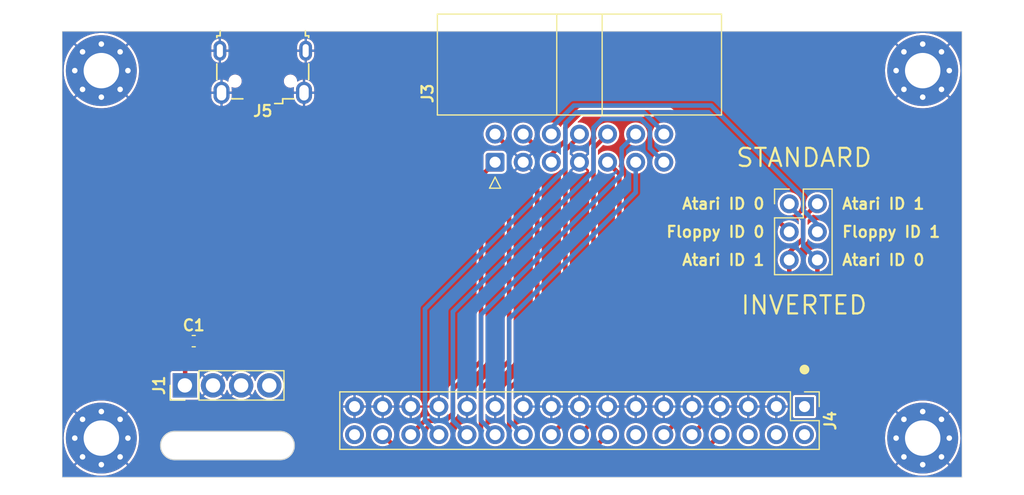
<source format=kicad_pcb>
(kicad_pcb (version 20210228) (generator pcbnew)
  (layers (0 "F.Cu" signal) (31 "B.Cu" signal) (34 "B.Paste" user) (35 "F.Paste" user) (36 "B.SilkS" user "B.Silkscreen") (37 "F.SilkS" user "F.Silkscreen") (38 "B.Mask" user) (39 "F.Mask" user) (44 "Edge.Cuts" user))
  (net 0 "")
  (net 1 "GND")
  (net 2 "VCC")
  (net 4 "/WRITE_PROT")
  (net 5 "/TRACK_00")
  (net 6 "/WRITE_GATE")
  (net 7 "/WRITE_DATA")
  (net 8 "/STEP")
  (net 9 "/STEP_DIR")
  (net 10 "/MOTOR_ON")
  (net 11 "/FLOPPY_ID1")
  (net 12 "/FLOPPY_ID0")
  (net 13 "/INDEX")
  (net 14 "/SIDE_SEL")
  (net 15 "/READ_DATA")
  (net 18 "/DRIVE_SEL_B")
  (net 19 "/DRIVE_SEL_A")
  (footprint "Connector_PinHeader_2.54mm:PinHeader_2x17_P2.54mm_Vertical" (layer "F.Cu") (at 174.9094 118.7654 -90)
    (fp_text reference "J4" (at 1.27 -2.33 90) (layer "F.SilkS") (effects (font (thickness 0.2))))
    (fp_text value "02x17")
    (fp_line (start 3.87 -1.33) (end 3.87 41.97) (layer "F.SilkS") (width 0.12))
    (fp_line (start -1.33 1.27) (end 1.27 1.27) (layer "F.SilkS") (width 0.12))
    (fp_line (start 1.27 -1.33) (end 3.87 -1.33) (layer "F.SilkS") (width 0.12))
    (fp_line (start -1.33 1.27) (end -1.33 41.97) (layer "F.SilkS") (width 0.12))
    (fp_line (start -1.33 0) (end -1.33 -1.33) (layer "F.SilkS") (width 0.12))
    (fp_line (start 1.27 1.27) (end 1.27 -1.33) (layer "F.SilkS") (width 0.12))
    (fp_line (start -1.33 41.97) (end 3.87 41.97) (layer "F.SilkS") (width 0.12))
    (fp_line (start -1.33 -1.33) (end 0 -1.33) (layer "F.SilkS") (width 0.12))
    (pad "1" thru_hole rect (at 0 0 270) (size 1.7 1.7) (drill 1) (layers *.Cu *.Mask))
    (pad "2" thru_hole oval (at 2.54 0 270) (size 1.7 1.7) (drill 1) (layers *.Cu *.Mask))
    (pad "3" thru_hole oval (at 0 2.54 270) (size 1.7 1.7) (drill 1) (layers *.Cu *.Mask) (net 1 "GND"))
    (pad "4" thru_hole oval (at 2.54 2.54 270) (size 1.7 1.7) (drill 1) (layers *.Cu *.Mask))
    (pad "5" thru_hole oval (at 0 5.08 270) (size 1.7 1.7) (drill 1) (layers *.Cu *.Mask) (net 1 "GND"))
    (pad "6" thru_hole oval (at 2.54 5.08 270) (size 1.7 1.7) (drill 1) (layers *.Cu *.Mask))
    (pad "7" thru_hole oval (at 0 7.62 270) (size 1.7 1.7) (drill 1) (layers *.Cu *.Mask) (net 1 "GND"))
    (pad "8" thru_hole oval (at 2.54 7.62 270) (size 1.7 1.7) (drill 1) (layers *.Cu *.Mask) (net 13 "/INDEX"))
    (pad "9" thru_hole oval (at 0 10.16 270) (size 1.7 1.7) (drill 1) (layers *.Cu *.Mask) (net 1 "GND"))
    (pad "10" thru_hole oval (at 2.54 10.16 270) (size 1.7 1.7) (drill 1) (layers *.Cu *.Mask) (net 19 "/DRIVE_SEL_A"))
    (pad "11" thru_hole oval (at 0 12.7 270) (size 1.7 1.7) (drill 1) (layers *.Cu *.Mask) (net 1 "GND"))
    (pad "12" thru_hole oval (at 2.54 12.7 270) (size 1.7 1.7) (drill 1) (layers *.Cu *.Mask) (net 18 "/DRIVE_SEL_B"))
    (pad "13" thru_hole oval (at 0 15.24 270) (size 1.7 1.7) (drill 1) (layers *.Cu *.Mask) (net 1 "GND"))
    (pad "14" thru_hole oval (at 2.54 15.24 270) (size 1.7 1.7) (drill 1) (layers *.Cu *.Mask))
    (pad "15" thru_hole oval (at 0 17.78 270) (size 1.7 1.7) (drill 1) (layers *.Cu *.Mask) (net 1 "GND"))
    (pad "16" thru_hole oval (at 2.54 17.78 270) (size 1.7 1.7) (drill 1) (layers *.Cu *.Mask) (net 10 "/MOTOR_ON"))
    (pad "17" thru_hole oval (at 0 20.32 270) (size 1.7 1.7) (drill 1) (layers *.Cu *.Mask) (net 1 "GND"))
    (pad "18" thru_hole oval (at 2.54 20.32 270) (size 1.7 1.7) (drill 1) (layers *.Cu *.Mask) (net 9 "/STEP_DIR"))
    (pad "19" thru_hole oval (at 0 22.86 270) (size 1.7 1.7) (drill 1) (layers *.Cu *.Mask) (net 1 "GND"))
    (pad "20" thru_hole oval (at 2.54 22.86 270) (size 1.7 1.7) (drill 1) (layers *.Cu *.Mask) (net 8 "/STEP"))
    (pad "21" thru_hole oval (at 0 25.4 270) (size 1.7 1.7) (drill 1) (layers *.Cu *.Mask) (net 1 "GND"))
    (pad "22" thru_hole oval (at 2.54 25.4 270) (size 1.7 1.7) (drill 1) (layers *.Cu *.Mask) (net 7 "/WRITE_DATA"))
    (pad "23" thru_hole oval (at 0 27.94 270) (size 1.7 1.7) (drill 1) (layers *.Cu *.Mask) (net 1 "GND"))
    (pad "24" thru_hole oval (at 2.54 27.94 270) (size 1.7 1.7) (drill 1) (layers *.Cu *.Mask) (net 6 "/WRITE_GATE"))
    (pad "25" thru_hole oval (at 0 30.48 270) (size 1.7 1.7) (drill 1) (layers *.Cu *.Mask) (net 1 "GND"))
    (pad "26" thru_hole oval (at 2.54 30.48 270) (size 1.7 1.7) (drill 1) (layers *.Cu *.Mask) (net 5 "/TRACK_00"))
    (pad "27" thru_hole oval (at 0 33.02 270) (size 1.7 1.7) (drill 1) (layers *.Cu *.Mask) (net 1 "GND"))
    (pad "28" thru_hole oval (at 2.54 33.02 270) (size 1.7 1.7) (drill 1) (layers *.Cu *.Mask) (net 4 "/WRITE_PROT"))
    (pad "29" thru_hole oval (at 0 35.56 270) (size 1.7 1.7) (drill 1) (layers *.Cu *.Mask) (net 1 "GND"))
    (pad "30" thru_hole oval (at 2.54 35.56 270) (size 1.7 1.7) (drill 1) (layers *.Cu *.Mask) (net 15 "/READ_DATA"))
    (pad "31" thru_hole oval (at 0 38.1 270) (size 1.7 1.7) (drill 1) (layers *.Cu *.Mask) (net 1 "GND"))
    (pad "32" thru_hole oval (at 2.54 38.1 270) (size 1.7 1.7) (drill 1) (layers *.Cu *.Mask) (net 14 "/SIDE_SEL"))
    (pad "33" thru_hole oval (at 0 40.64 270) (size 1.7 1.7) (drill 1) (layers *.Cu *.Mask) (net 1 "GND"))
    (pad "34" thru_hole oval (at 2.54 40.64 270) (size 1.7 1.7) (drill 1) (layers *.Cu *.Mask))
  )
  (footprint "MountingHole:MountingHole_3.2mm_M3_Pad_Via" (layer "F.Cu") (at 111.4044 88.392)
    (fp_text reference "H1" hide)
    (fp_text value "MOUNT-PAD-ROUND3.0")
    (pad "1" thru_hole circle (at 0 2.4) (size 0.8 0.8) (drill 0.5) (layers *.Cu *.Mask) (net 1 "GND"))
    (pad "1" thru_hole circle (at -2.4 0) (size 0.8 0.8) (drill 0.5) (layers *.Cu *.Mask) (net 1 "GND"))
    (pad "1" thru_hole circle (at 2.4 0) (size 0.8 0.8) (drill 0.5) (layers *.Cu *.Mask) (net 1 "GND"))
    (pad "1" thru_hole circle (at -1.697056 1.697056) (size 0.8 0.8) (drill 0.5) (layers *.Cu *.Mask) (net 1 "GND"))
    (pad "1" thru_hole circle (at 0 0) (size 6.4 6.4) (drill 3.2) (layers *.Cu *.Mask) (net 1 "GND"))
    (pad "1" thru_hole circle (at -1.697056 -1.697056) (size 0.8 0.8) (drill 0.5) (layers *.Cu *.Mask) (net 1 "GND"))
    (pad "1" thru_hole circle (at 0 -2.4) (size 0.8 0.8) (drill 0.5) (layers *.Cu *.Mask) (net 1 "GND"))
    (pad "1" thru_hole circle (at 1.697056 -1.697056) (size 0.8 0.8) (drill 0.5) (layers *.Cu *.Mask) (net 1 "GND"))
    (pad "1" thru_hole circle (at 1.697056 1.697056) (size 0.8 0.8) (drill 0.5) (layers *.Cu *.Mask) (net 1 "GND"))
  )
  (footprint "MountingHole:MountingHole_3.2mm_M3_Pad_Via" (layer "F.Cu") (at 185.5848 88.392)
    (fp_text reference "H4" hide)
    (fp_text value "MOUNT-PAD-ROUND3.0")
    (pad "1" thru_hole circle (at 1.697056 -1.697056) (size 0.8 0.8) (drill 0.5) (layers *.Cu *.Mask) (net 1 "GND"))
    (pad "1" thru_hole circle (at 1.697056 1.697056) (size 0.8 0.8) (drill 0.5) (layers *.Cu *.Mask) (net 1 "GND"))
    (pad "1" thru_hole circle (at -1.697056 -1.697056) (size 0.8 0.8) (drill 0.5) (layers *.Cu *.Mask) (net 1 "GND"))
    (pad "1" thru_hole circle (at 0 2.4) (size 0.8 0.8) (drill 0.5) (layers *.Cu *.Mask) (net 1 "GND"))
    (pad "1" thru_hole circle (at -2.4 0) (size 0.8 0.8) (drill 0.5) (layers *.Cu *.Mask) (net 1 "GND"))
    (pad "1" thru_hole circle (at 0 0) (size 6.4 6.4) (drill 3.2) (layers *.Cu *.Mask) (net 1 "GND"))
    (pad "1" thru_hole circle (at 2.4 0) (size 0.8 0.8) (drill 0.5) (layers *.Cu *.Mask) (net 1 "GND"))
    (pad "1" thru_hole circle (at -1.697056 1.697056) (size 0.8 0.8) (drill 0.5) (layers *.Cu *.Mask) (net 1 "GND"))
    (pad "1" thru_hole circle (at 0 -2.4) (size 0.8 0.8) (drill 0.5) (layers *.Cu *.Mask) (net 1 "GND"))
  )
  (footprint "Capacitor_SMD:C_0603_1608Metric" (layer "F.Cu") (at 119.7486 112.85)
    (fp_text reference "C1" (at 0 -1.43) (layer "F.SilkS") (effects (font (thickness 0.2))))
    (fp_text value "2.2uF")
    (fp_line (start -0.14058 0.51) (end 0.14058 0.51) (layer "F.SilkS") (width 0.12))
    (fp_line (start -0.14058 -0.51) (end 0.14058 -0.51) (layer "F.SilkS") (width 0.12))
    (pad "1" smd roundrect (at -0.775 0) (size 0.9 0.95) (layers "F.Cu" "F.Paste" "F.Mask") (net 2 "VCC"))
    (pad "2" smd roundrect (at 0.775 0) (size 0.9 0.95) (layers "F.Cu" "F.Paste" "F.Mask") (net 1 "GND"))
  )
  (footprint "Connector_IDC:IDC-Header_2x07_P2.54mm_Horizontal" (layer "F.Cu") (at 146.9644 96.6724 90)
    (fp_text reference "J3" (at 6.215 -6.1 90) (layer "F.SilkS") (effects (font (thickness 0.2))))
    (fp_text value "2x7")
    (fp_line (start -2.35 0.5) (end -1.35 0) (layer "F.SilkS") (width 0.12))
    (fp_line (start 13.39 -5.21) (end 13.39 20.45) (layer "F.SilkS") (width 0.12))
    (fp_line (start 4.27 9.67) (end 13.39 9.67) (layer "F.SilkS") (width 0.12))
    (fp_line (start -1.35 0) (end -2.35 -0.5) (layer "F.SilkS") (width 0.12))
    (fp_line (start -2.35 -0.5) (end -2.35 0.5) (layer "F.SilkS") (width 0.12))
    (fp_line (start 4.27 -5.21) (end 13.39 -5.21) (layer "F.SilkS") (width 0.12))
    (fp_line (start 4.27 20.45) (end 4.27 -5.21) (layer "F.SilkS") (width 0.12))
    (fp_line (start 13.39 20.45) (end 4.27 20.45) (layer "F.SilkS") (width 0.12))
    (fp_line (start 4.27 5.57) (end 13.39 5.57) (layer "F.SilkS") (width 0.12))
    (pad "1" thru_hole roundrect (at 0 0 90) (size 1.7 1.7) (drill 1) (layers *.Cu *.Mask) (roundrect_rratio 0.1470588235294118) (net 15 "/READ_DATA"))
    (pad "2" thru_hole circle (at 2.54 0 90) (size 1.7 1.7) (drill 1) (layers *.Cu *.Mask) (net 14 "/SIDE_SEL"))
    (pad "3" thru_hole circle (at 0 2.54 90) (size 1.7 1.7) (drill 1) (layers *.Cu *.Mask) (net 1 "GND"))
    (pad "4" thru_hole circle (at 2.54 2.54 90) (size 1.7 1.7) (drill 1) (layers *.Cu *.Mask) (net 13 "/INDEX"))
    (pad "5" thru_hole circle (at 0 5.08 90) (size 1.7 1.7) (drill 1) (layers *.Cu *.Mask) (net 12 "/FLOPPY_ID0"))
    (pad "6" thru_hole circle (at 2.54 5.08 90) (size 1.7 1.7) (drill 1) (layers *.Cu *.Mask) (net 11 "/FLOPPY_ID1"))
    (pad "7" thru_hole circle (at 0 7.62 90) (size 1.7 1.7) (drill 1) (layers *.Cu *.Mask) (net 1 "GND"))
    (pad "8" thru_hole circle (at 2.54 7.62 90) (size 1.7 1.7) (drill 1) (layers *.Cu *.Mask) (net 10 "/MOTOR_ON"))
    (pad "9" thru_hole circle (at 0 10.16 90) (size 1.7 1.7) (drill 1) (layers *.Cu *.Mask) (net 9 "/STEP_DIR"))
    (pad "10" thru_hole circle (at 2.54 10.16 90) (size 1.7 1.7) (drill 1) (layers *.Cu *.Mask) (net 8 "/STEP"))
    (pad "11" thru_hole circle (at 0 12.7 90) (size 1.7 1.7) (drill 1) (layers *.Cu *.Mask) (net 7 "/WRITE_DATA"))
    (pad "12" thru_hole circle (at 2.54 12.7 90) (size 1.7 1.7) (drill 1) (layers *.Cu *.Mask) (net 6 "/WRITE_GATE"))
    (pad "13" thru_hole circle (at 0 15.24 90) (size 1.7 1.7) (drill 1) (layers *.Cu *.Mask) (net 5 "/TRACK_00"))
    (pad "14" thru_hole circle (at 2.54 15.24 90) (size 1.7 1.7) (drill 1) (layers *.Cu *.Mask) (net 4 "/WRITE_PROT"))
  )
  (footprint "Connector_PinHeader_2.54mm:PinHeader_2x03_P2.54mm_Vertical" (layer "F.Cu") (at 173.5328 100.4316)
    (fp_text reference "SW1" hide)
    (fp_text value "SW_DPDT_x2")
    (fp_line (start -1.33 1.27) (end 1.27 1.27) (layer "F.SilkS") (width 0.12))
    (fp_line (start -1.33 1.27) (end -1.33 6.41) (layer "F.SilkS") (width 0.12))
    (fp_line (start 1.27 1.27) (end 1.27 -1.33) (layer "F.SilkS") (width 0.12))
    (fp_line (start 3.87 -1.33) (end 3.87 6.41) (layer "F.SilkS") (width 0.12))
    (fp_line (start 1.27 -1.33) (end 3.87 -1.33) (layer "F.SilkS") (width 0.12))
    (fp_line (start -1.33 0) (end -1.33 -1.33) (layer "F.SilkS") (width 0.12))
    (fp_line (start -1.33 6.41) (end 3.87 6.41) (layer "F.SilkS") (width 0.12))
    (fp_line (start -1.33 -1.33) (end 0 -1.33) (layer "F.SilkS") (width 0.12))
    (pad "1" thru_hole circle (at 0 0) (size 1.7 1.7) (drill 1) (layers *.Cu *.Mask) (net 19 "/DRIVE_SEL_A"))
    (pad "2" thru_hole oval (at 0 2.54) (size 1.7 1.7) (drill 1) (layers *.Cu *.Mask) (net 12 "/FLOPPY_ID0"))
    (pad "3" thru_hole oval (at 0 5.08) (size 1.7 1.7) (drill 1) (layers *.Cu *.Mask) (net 18 "/DRIVE_SEL_B"))
    (pad "4" thru_hole oval (at 2.54 0) (size 1.7 1.7) (drill 1) (layers *.Cu *.Mask) (net 18 "/DRIVE_SEL_B"))
    (pad "5" thru_hole oval (at 2.54 2.54) (size 1.7 1.7) (drill 1) (layers *.Cu *.Mask) (net 11 "/FLOPPY_ID1"))
    (pad "6" thru_hole oval (at 2.54 5.08) (size 1.7 1.7) (drill 1) (layers *.Cu *.Mask) (net 19 "/DRIVE_SEL_A"))
  )
  (footprint "MountingHole:MountingHole_3.2mm_M3_Pad_Via" (layer "F.Cu") (at 185.5848 121.6152)
    (fp_text reference "H2" hide)
    (fp_text value "MOUNT-PAD-ROUND3.0")
    (pad "1" thru_hole circle (at -1.697056 -1.697056) (size 0.8 0.8) (drill 0.5) (layers *.Cu *.Mask) (net 1 "GND"))
    (pad "1" thru_hole circle (at 1.697056 1.697056) (size 0.8 0.8) (drill 0.5) (layers *.Cu *.Mask) (net 1 "GND"))
    (pad "1" thru_hole circle (at 2.4 0) (size 0.8 0.8) (drill 0.5) (layers *.Cu *.Mask) (net 1 "GND"))
    (pad "1" thru_hole circle (at -1.697056 1.697056) (size 0.8 0.8) (drill 0.5) (layers *.Cu *.Mask) (net 1 "GND"))
    (pad "1" thru_hole circle (at 0 0) (size 6.4 6.4) (drill 3.2) (layers *.Cu *.Mask) (net 1 "GND"))
    (pad "1" thru_hole circle (at -2.4 0) (size 0.8 0.8) (drill 0.5) (layers *.Cu *.Mask) (net 1 "GND"))
    (pad "1" thru_hole circle (at 0 2.4) (size 0.8 0.8) (drill 0.5) (layers *.Cu *.Mask) (net 1 "GND"))
    (pad "1" thru_hole circle (at 1.697056 -1.697056) (size 0.8 0.8) (drill 0.5) (layers *.Cu *.Mask) (net 1 "GND"))
    (pad "1" thru_hole circle (at 0 -2.4) (size 0.8 0.8) (drill 0.5) (layers *.Cu *.Mask) (net 1 "GND"))
  )
  (footprint "Connector_PinHeader_2.54mm:PinHeader_1x04_P2.54mm_Vertical" (layer "F.Cu") (at 118.95 116.85 90)
    (fp_text reference "J1" (at 0 -2.33 90) (layer "F.SilkS") (effects (font (thickness 0.2))))
    (fp_text value " 61900411021 ")
    (fp_line (start -1.33 1.27) (end 1.33 1.27) (layer "F.SilkS") (width 0.12))
    (fp_line (start -1.33 0) (end -1.33 -1.33) (layer "F.SilkS") (width 0.12))
    (fp_line (start 1.33 1.27) (end 1.33 8.95) (layer "F.SilkS") (width 0.12))
    (fp_line (start -1.33 -1.33) (end 0 -1.33) (layer "F.SilkS") (width 0.12))
    (fp_line (start -1.33 1.27) (end -1.33 8.95) (layer "F.SilkS") (width 0.12))
    (fp_line (start -1.33 8.95) (end 1.33 8.95) (layer "F.SilkS") (width 0.12))
    (pad "1" thru_hole rect (at 0 0 90) (size 2.2 2.2) (drill 1.3) (layers *.Cu *.Mask) (net 2 "VCC"))
    (pad "2" thru_hole circle (at 0 2.54 90) (size 2.2 2.2) (drill 1.3) (layers *.Cu *.Mask) (net 1 "GND"))
    (pad "3" thru_hole circle (at 0 5.08 90) (size 2.2 2.2) (drill 1.3) (layers *.Cu *.Mask) (net 1 "GND"))
    (pad "4" thru_hole circle (at 0 7.62 90) (size 2.2 2.2) (drill 1.3) (layers *.Cu *.Mask))
  )
  (footprint "Connector_USB:USB_Micro-B_Wuerth_629105150521" (layer "F.Cu") (at 125.984 88.5444 180)
    (fp_text reference "J5" (at 0 -3.5) (layer "F.SilkS") (effects (font (thickness 0.2))))
    (fp_text value "629105150521")
    (fp_line (start -4.15 3.15) (end -4.15 3.3) (layer "F.SilkS") (width 0.15))
    (fp_line (start 3.85 3.75) (end 3.85 3.3) (layer "F.SilkS") (width 0.15))
    (fp_line (start 4.15 0.75) (end 4.15 -0.65) (layer "F.SilkS") (width 0.15))
    (fp_line (start -1.8 -2.4) (end -2.8 -2.4) (layer "F.SilkS") (width 0.15))
    (fp_line (start -1.075 -2.825) (end -1.8 -2.825) (layer "F.SilkS") (width 0.15))
    (fp_line (start -4.15 -0.65) (end -4.15 0.75) (layer "F.SilkS") (width 0.15))
    (fp_line (start 1.8 -2.4) (end 2.8 -2.4) (layer "F.SilkS") (width 0.15))
    (fp_line (start 3.85 3.3) (end 4.15 3.3) (layer "F.SilkS") (width 0.15))
    (fp_line (start 4.15 3.3) (end 4.15 3.15) (layer "F.SilkS") (width 0.15))
    (fp_line (start -4.15 3.3) (end -3.85 3.3) (layer "F.SilkS") (width 0.15))
    (fp_line (start -1.8 -2.825) (end -1.8 -2.4) (layer "F.SilkS") (width 0.15))
    (fp_line (start -3.85 3.3) (end -3.85 3.75) (layer "F.SilkS") (width 0.15))
    (pad "" np_thru_hole oval (at -2.5 -0.8 180) (size 0.8 0.8) (drill 0.8) (layers *.Cu *.Mask))
    (pad "" np_thru_hole oval (at 2.5 -0.8 180) (size 0.8 0.8) (drill 0.8) (layers *.Cu *.Mask))
    (pad "1" smd rect (at -1.3 -1.9 180) (size 0.45 1.3) (layers "F.Cu" "F.Paste" "F.Mask") (net 2 "VCC"))
    (pad "2" smd rect (at -0.65 -1.9 180) (size 0.45 1.3) (layers "F.Cu" "F.Paste" "F.Mask"))
    (pad "3" smd rect (at 0 -1.9 180) (size 0.45 1.3) (layers "F.Cu" "F.Paste" "F.Mask"))
    (pad "4" smd rect (at 0.65 -1.9 180) (size 0.45 1.3) (layers "F.Cu" "F.Paste" "F.Mask"))
    (pad "5" smd rect (at 1.3 -1.9 180) (size 0.45 1.3) (layers "F.Cu" "F.Paste" "F.Mask") (net 1 "GND"))
    (pad "6" thru_hole oval (at -3.875 1.95 180) (size 1.15 1.8) (drill oval 0.55 1.2) (layers *.Cu *.Mask) (net 1 "GND"))
    (pad "6" thru_hole oval (at 3.875 1.95 180) (size 1.15 1.8) (drill oval 0.55 1.2) (layers *.Cu *.Mask) (net 1 "GND"))
    (pad "6" thru_hole oval (at 3.725 -1.85 180) (size 1.45 2) (drill oval 0.85 1.4) (layers *.Cu *.Mask) (net 1 "GND"))
    (pad "6" thru_hole oval (at -3.725 -1.85 180) (size 1.45 2) (drill oval 0.85 1.4) (layers *.Cu *.Mask) (net 1 "GND"))
  )
  (footprint "MountingHole:MountingHole_3.2mm_M3_Pad_Via" (layer "F.Cu") (at 111.4044 121.6152)
    (fp_text reference "H3" hide)
    (fp_text value "MOUNT-PAD-ROUND3.0")
    (pad "1" thru_hole circle (at 1.697056 -1.697056) (size 0.8 0.8) (drill 0.5) (layers *.Cu *.Mask) (net 1 "GND"))
    (pad "1" thru_hole circle (at 0 0) (size 6.4 6.4) (drill 3.2) (layers *.Cu *.Mask) (net 1 "GND"))
    (pad "1" thru_hole circle (at -1.697056 1.697056) (size 0.8 0.8) (drill 0.5) (layers *.Cu *.Mask) (net 1 "GND"))
    (pad "1" thru_hole circle (at 2.4 0) (size 0.8 0.8) (drill 0.5) (layers *.Cu *.Mask) (net 1 "GND"))
    (pad "1" thru_hole circle (at 0 2.4) (size 0.8 0.8) (drill 0.5) (layers *.Cu *.Mask) (net 1 "GND"))
    (pad "1" thru_hole circle (at -2.4 0) (size 0.8 0.8) (drill 0.5) (layers *.Cu *.Mask) (net 1 "GND"))
    (pad "1" thru_hole circle (at 1.697056 1.697056) (size 0.8 0.8) (drill 0.5) (layers *.Cu *.Mask) (net 1 "GND"))
    (pad "1" thru_hole circle (at -1.697056 -1.697056) (size 0.8 0.8) (drill 0.5) (layers *.Cu *.Mask) (net 1 "GND"))
    (pad "1" thru_hole circle (at 0 -2.4) (size 0.8 0.8) (drill 0.5) (layers *.Cu *.Mask) (net 1 "GND"))
  )
  (gr_circle (center 174.9094 115.4176) (end 175.275724 115.4176) (layer "F.SilkS") (width 0.15) (fill solid))
  (gr_line (start 189.1311 125.1586) (end 189.1311 84.8486) (layer "Edge.Cuts") (width 0.05))
  (gr_arc (start 127.5561 122.28835) (end 127.5561 121.0056) (angle 180) (layer "Edge.Cuts") (width 0.1))
  (gr_line (start 189.1311 84.8486) (end 107.8711 84.8486) (layer "Edge.Cuts") (width 0.05))
  (gr_line (start 107.8711 84.8486) (end 107.8711 125.1586) (layer "Edge.Cuts") (width 0.05))
  (gr_line (start 127.5561 121.0056) (end 118.03275 121.0056) (layer "Edge.Cuts") (width 0.1))
  (gr_line (start 118.03275 123.5711) (end 127.5561 123.5711) (layer "Edge.Cuts") (width 0.1))
  (gr_arc (start 118.03275 122.28835) (end 118.03275 123.5711) (angle 180) (layer "Edge.Cuts") (width 0.1))
  (gr_line (start 107.8711 125.1586) (end 189.1311 125.1586) (layer "Edge.Cuts") (width 0.05))
  (gr_text "Atari ID 1" (at 178.2064 100.4316) (layer "F.SilkS") (effects (font (size 1 1) (thickness 0.2)) (justify left)))
  (gr_text "INVERTED" (at 169.050467 110.5536) (layer "F.SilkS") (effects (font (size 1.63576 1.63576) (thickness 0.2)) (justify left bottom)))
  (gr_text "Atari ID 0" (at 178.2064 105.5116) (layer "F.SilkS") (effects (font (size 1 1) (thickness 0.2)) (justify left)))
  (gr_text "Atari ID 0" (at 171.3992 100.4316) (layer "F.SilkS") (effects (font (size 1 1) (thickness 0.2)) (justify right)))
  (gr_text "Floppy ID 1" (at 178.2064 102.9716) (layer "F.SilkS") (effects (font (size 1 1) (thickness 0.2)) (justify left)))
  (gr_text "Atari ID 1" (at 171.3992 105.5116) (layer "F.SilkS") (effects (font (size 1 1) (thickness 0.2)) (justify right)))
  (gr_text "Floppy ID 0" (at 171.3992 102.9716) (layer "F.SilkS") (effects (font (size 1 1) (thickness 0.2)) (justify right)))
  (gr_text "STANDARD" (at 168.622054 97.2186) (layer "F.SilkS") (effects (font (size 1.63576 1.63576) (thickness 0.2)) (justify left bottom)))
  (segment (start 127.284 90.4444) (end 127.284 103.1944) (width 0.4064) (layer "F.Cu") (net 2))
  (segment (start 118.9736 112.85) (end 118.9736 116.8264) (width 0.4064) (layer "F.Cu") (net 2))
  (segment (start 118.9736 116.8264) (end 118.95 116.85) (width 0.4064) (layer "F.Cu") (net 2))
  (segment (start 118.9736 111.5048) (end 118.9736 112.85) (width 0.4064) (layer "F.Cu") (net 2))
  (segment (start 127.284 103.1944) (end 118.9736 111.5048) (width 0.4064) (layer "F.Cu") (net 2))
  (segment (start 140.636189 120.052189) (end 141.8894 121.3054) (width 0.4064) (layer "B.Cu") (net 4))
  (segment (start 160.372787 92.15438) (end 154.32722 92.15438) (width 0.4064) (layer "B.Cu") (net 4))
  (segment (start 154.32722 92.15438) (end 153.3144 93.1672) (width 0.4064) (layer "B.Cu") (net 4))
  (segment (start 153.3144 93.1672) (end 153.3144 97.257153) (width 0.4064) (layer "B.Cu") (net 4))
  (segment (start 162.1636 93.9586) (end 162.1636 93.8884) (width 0.4064) (layer "B.Cu") (net 4))
  (segment (start 140.636189 109.935364) (end 140.636189 120.052189) (width 0.4064) (layer "B.Cu") (net 4))
  (segment (start 162.2044 93.985993) (end 160.372787 92.15438) (width 0.4064) (layer "B.Cu") (net 4))
  (segment (start 153.3144 97.257153) (end 140.636189 109.935364) (width 0.4064) (layer "B.Cu") (net 4))
  (segment (start 162.2044 94.1324) (end 162.2044 93.985993) (width 0.4064) (layer "B.Cu") (net 4))
  (segment (start 155.8544 97.4852) (end 143.1544 110.1852) (width 0.4064) (layer "B.Cu") (net 5))
  (segment (start 160.951189 93.590389) (end 160.1216 92.7608) (width 0.4064) (layer "B.Cu") (net 5))
  (segment (start 160.951189 95.419189) (end 160.951189 93.590389) (width 0.4064) (layer "B.Cu") (net 5))
  (segment (start 143.1544 120.0304) (end 144.4294 121.3054) (width 0.4064) (layer "B.Cu") (net 5))
  (segment (start 160.1216 92.7608) (end 156.641247 92.7608) (width 0.4064) (layer "B.Cu") (net 5))
  (segment (start 155.8544 93.547647) (end 155.8544 97.4852) (width 0.4064) (layer "B.Cu") (net 5))
  (segment (start 156.641247 92.7608) (end 155.8544 93.547647) (width 0.4064) (layer "B.Cu") (net 5))
  (segment (start 162.2044 96.6724) (end 160.951189 95.419189) (width 0.4064) (layer "B.Cu") (net 5))
  (segment (start 143.1544 110.1852) (end 143.1544 120.0304) (width 0.4064) (layer "B.Cu") (net 5))
  (segment (start 159.6644 94.1324) (end 158.3944 95.4024) (width 0.4064) (layer "B.Cu") (net 6))
  (segment (start 145.6944 120.0304) (end 146.9694 121.3054) (width 0.4064) (layer "B.Cu") (net 6))
  (segment (start 158.3944 97.7703) (end 145.6944 110.4703) (width 0.4064) (layer "B.Cu") (net 6))
  (segment (start 145.6944 110.4703) (end 145.6944 120.0304) (width 0.4064) (layer "B.Cu") (net 6))
  (segment (start 158.3944 95.4024) (end 158.3944 97.7703) (width 0.4064) (layer "B.Cu") (net 6))
  (segment (start 148.2344 120.0304) (end 149.5094 121.3054) (width 0.4064) (layer "B.Cu") (net 7))
  (segment (start 159.6644 99.4003) (end 148.2344 110.8303) (width 0.4064) (layer "B.Cu") (net 7))
  (segment (start 148.2344 110.8303) (end 148.2344 120.0304) (width 0.4064) (layer "B.Cu") (net 7))
  (segment (start 159.6644 96.6724) (end 159.6644 99.4003) (width 0.4064) (layer "B.Cu") (net 7))
  (segment (start 153.3144 117.178638) (end 153.3144 120.0404) (width 0.4064) (layer "F.Cu") (net 8))
  (segment (start 155.8544 95.4024) (end 155.8544 114.638638) (width 0.4064) (layer "F.Cu") (net 8))
  (segment (start 153.3144 120.0404) (end 152.0494 121.3054) (width 0.4064) (layer "F.Cu") (net 8))
  (segment (start 155.8544 114.638638) (end 153.3144 117.178638) (width 0.4064) (layer "F.Cu") (net 8))
  (segment (start 157.1244 94.1324) (end 155.8544 95.4024) (width 0.4064) (layer "F.Cu") (net 8))
  (segment (start 155.8544 117.1803) (end 158.1912 114.8435) (width 0.4064) (layer "F.Cu") (net 9))
  (segment (start 155.8544 120.0404) (end 155.8544 117.1803) (width 0.4064) (layer "F.Cu") (net 9))
  (segment (start 158.1912 97.7392) (end 157.1244 96.6724) (width 0.4064) (layer "F.Cu") (net 9))
  (segment (start 158.1912 114.8435) (end 158.1912 97.7392) (width 0.4064) (layer "F.Cu") (net 9))
  (segment (start 154.5894 121.3054) (end 155.8544 120.0404) (width 0.4064) (layer "F.Cu") (net 9))
  (segment (start 154.5436 94.345561) (end 154.5436 93.9586) (width 0.4064) (layer "F.Cu") (net 10))
  (segment (start 153.3144 95.574761) (end 154.5436 94.345561) (width 0.4064) (layer "F.Cu") (net 10))
  (segment (start 151.447858 122.558611) (end 150.796189 121.906942) (width 0.4064) (layer "F.Cu") (net 10))
  (segment (start 153.3144 114.6556) (end 153.3144 95.574761) (width 0.4064) (layer "F.Cu") (net 10))
  (segment (start 157.1294 121.3054) (end 155.876189 122.558611) (width 0.4064) (layer "F.Cu") (net 10))
  (segment (start 150.796189 117.173811) (end 153.3144 114.6556) (width 0.4064) (layer "F.Cu") (net 10))
  (segment (start 155.876189 122.558611) (end 151.447858 122.558611) (width 0.4064) (layer "F.Cu") (net 10))
  (segment (start 150.796189 121.906942) (end 150.796189 117.173811) (width 0.4064) (layer "F.Cu") (net 10))
  (segment (start 176.5136 102.9336) (end 176.5136 102.6161) (width 0.4064) (layer "B.Cu") (net 11))
  (segment (start 174.786011 99.856011) (end 166.47796 91.54796) (width 0.4064) (layer "B.Cu") (net 11))
  (segment (start 166.47796 91.54796) (end 154.076032 91.54796) (width 0.4064) (layer "B.Cu") (net 11))
  (segment (start 152.0444 93.579592) (end 152.0444 94.1324) (width 0.4064) (layer "B.Cu") (net 11))
  (segment (start 176.0728 102.9716) (end 176.0728 102.286353) (width 0.4064) (layer "B.Cu") (net 11))
  (segment (start 174.786011 100.999564) (end 174.786011 99.856011) (width 0.4064) (layer "B.Cu") (net 11))
  (segment (start 154.076032 91.54796) (end 152.0444 93.579592) (width 0.4064) (layer "B.Cu") (net 11))
  (segment (start 176.0728 102.286353) (end 174.786011 100.999564) (width 0.4064) (layer "B.Cu") (net 11))
  (segment (start 152.0444 95.987153) (end 153.3144 94.717153) (width 0.4064) (layer "F.Cu") (net 12))
  (segment (start 153.3144 93.5736) (end 154.7368 92.1512) (width 0.4064) (layer "F.Cu") (net 12))
  (segment (start 152.0444 96.6724) (end 152.0444 95.987153) (width 0.4064) (layer "F.Cu") (net 12))
  (segment (start 153.3144 94.717153) (end 153.3144 93.5736) (width 0.4064) (layer "F.Cu") (net 12))
  (segment (start 154.7368 92.1512) (end 162.7124 92.1512) (width 0.4064) (layer "F.Cu") (net 12))
  (segment (start 173.2136 102.526094) (end 173.2136 102.9336) (width 0.4064) (layer "F.Cu") (net 12))
  (segment (start 162.7124 92.1512) (end 173.5328 102.9716) (width 0.4064) (layer "F.Cu") (net 12))
  (segment (start 149.7048 123.4948) (end 165.1 123.4948) (width 0.4064) (layer "F.Cu") (net 13))
  (segment (start 149.5044 94.1324) (end 150.7744 95.4024) (width 0.4064) (layer "F.Cu") (net 13))
  (segment (start 150.7744 95.4024) (end 150.7744 114.6403) (width 0.4064) (layer "F.Cu") (net 13))
  (segment (start 165.1 123.4948) (end 167.2894 121.3054) (width 0.4064) (layer "F.Cu") (net 13))
  (segment (start 148.2344 117.1803) (end 148.2344 122.0244) (width 0.4064) (layer "F.Cu") (net 13))
  (segment (start 148.2344 122.0244) (end 149.7048 123.4948) (width 0.4064) (layer "F.Cu") (net 13))
  (segment (start 150.7744 114.6403) (end 148.2344 117.1803) (width 0.4064) (layer "F.Cu") (net 13))
  (segment (start 136.8094 121.3054) (end 138.3892 122.8852) (width 0.4064) (layer "F.Cu") (net 14))
  (segment (start 138.3892 122.8852) (end 144.752 122.8852) (width 0.4064) (layer "F.Cu") (net 14))
  (segment (start 144.752 122.8852) (end 145.6944 121.9428) (width 0.4064) (layer "F.Cu") (net 14))
  (segment (start 148.2344 114.6416) (end 148.2344 95.4024) (width 0.4064) (layer "F.Cu") (net 14))
  (segment (start 148.2344 95.4024) (end 146.9644 94.1324) (width 0.4064) (layer "F.Cu") (net 14))
  (segment (start 145.6944 117.1816) (end 148.2344 114.6416) (width 0.4064) (layer "F.Cu") (net 14))
  (segment (start 145.6944 121.9428) (end 145.6944 117.1816) (width 0.4064) (layer "F.Cu") (net 14))
  (segment (start 139.3494 121.3054) (end 140.602611 120.052189) (width 0.4064) (layer "F.Cu") (net 15))
  (segment (start 140.602611 120.052189) (end 142.490942 120.052189) (width 0.4064) (layer "F.Cu") (net 15))
  (segment (start 143.1544 117.1956) (end 145.6944 114.6556) (width 0.4064) (layer "F.Cu") (net 15))
  (segment (start 143.1544 119.388731) (end 143.1544 117.1956) (width 0.4064) (layer "F.Cu") (net 15))
  (segment (start 145.6944 114.6556) (end 145.6944 97.9424) (width 0.4064) (layer "F.Cu") (net 15))
  (segment (start 142.490942 120.052189) (end 143.1544 119.388731) (width 0.4064) (layer "F.Cu") (net 15))
  (segment (start 145.6944 97.9424) (end 146.9644 96.6724) (width 0.4064) (layer "F.Cu") (net 15))
  (segment (start 163.462611 120.052189) (end 163.462611 117.207389) (width 0.4064) (layer "F.Cu") (net 18))
  (segment (start 174.786011 101.718389) (end 176.0728 100.4316) (width 0.4064) (layer "F.Cu") (net 18))
  (segment (start 173.5328 105.5116) (end 173.5328 104.826353) (width 0.4064) (layer "F.Cu") (net 18))
  (segment (start 162.2094 121.3054) (end 163.462611 120.052189) (width 0.4064) (layer "F.Cu") (net 18))
  (segment (start 173.5328 107.1372) (end 173.5328 105.5116) (width 0.4064) (layer "F.Cu") (net 18))
  (segment (start 173.5328 104.826353) (end 174.786011 103.573142) (width 0.4064) (layer "F.Cu") (net 18))
  (segment (start 174.786011 103.573142) (end 174.786011 101.718389) (width 0.4064) (layer "F.Cu") (net 18))
  (segment (start 163.462611 117.207389) (end 173.5328 107.1372) (width 0.4064) (layer "F.Cu") (net 18))
  (segment (start 166.0144 120.0404) (end 166.0144 117.1956) (width 0.4064) (layer "F.Cu") (net 19))
  (segment (start 164.7494 121.3054) (end 166.0144 120.0404) (width 0.4064) (layer "F.Cu") (net 19))
  (segment (start 176.0728 107.1372) (end 176.0728 105.5116) (width 0.4064) (layer "F.Cu") (net 19))
  (segment (start 166.0144 117.1956) (end 176.0728 107.1372) (width 0.4064) (layer "F.Cu") (net 19))
  (segment (start 176.5136 105.343594) (end 176.5136 105.4336) (width 0.4064) (layer "B.Cu") (net 19))
  (segment (start 174.786011 101.857172) (end 173.5328 100.603961) (width 0.4064) (layer "B.Cu") (net 19))
  (segment (start 176.0728 105.5116) (end 174.786011 104.224811) (width 0.4064) (layer "B.Cu") (net 19))
  (segment (start 174.786011 104.224811) (end 174.786011 101.857172) (width 0.4064) (layer "B.Cu") (net 19))
  (segment (start 173.5328 100.603961) (end 173.5328 100.4316) (width 0.4064) (layer "B.Cu") (net 19))
  (segment (start 173.2136 100.4336) (end 173.2136 100.7511) (width 0.4064) (layer "B.Cu") (net 19))
  (zone (net 1) (net_name "GND") (layers F&B.Cu) (priority 6) (connect_pads (clearance 0.000001)) (min_thickness 0.0762) (fill yes (thermal_gap 0.2024) (thermal_bridge_width 0.2024))
    (polygon (pts (xy 189.484 126.6444) (xy 107.0864 126.4412) (xy 107.3404 84.1756) (xy 189.2808 84.0232)))
  )
)
</source>
